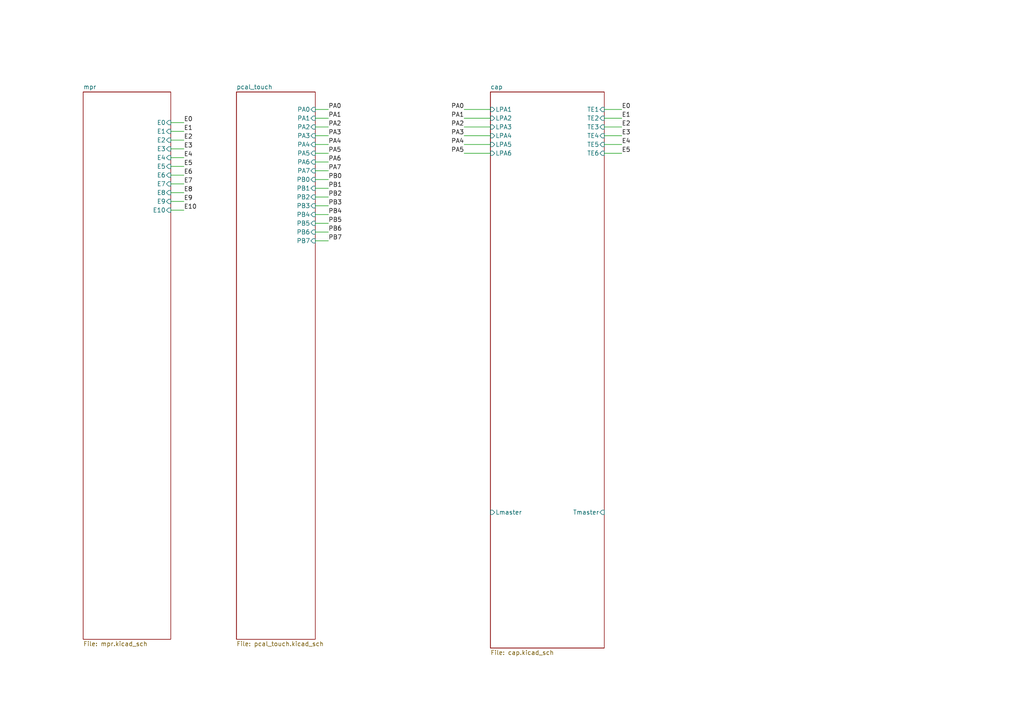
<source format=kicad_sch>
(kicad_sch
	(version 20250114)
	(generator "eeschema")
	(generator_version "9.0")
	(uuid "9e3c151d-cb5c-453e-a1e6-ac058546dc7c")
	(paper "A4")
	(lib_symbols)
	(wire
		(pts
			(xy 175.26 31.75) (xy 180.34 31.75)
		)
		(stroke
			(width 0)
			(type default)
		)
		(uuid "0b12e791-d146-4aa2-9dba-d20e27bd67fd")
	)
	(wire
		(pts
			(xy 134.62 34.29) (xy 142.24 34.29)
		)
		(stroke
			(width 0)
			(type default)
		)
		(uuid "126682bf-a5f1-4eb0-bc39-8a333d2bf9bc")
	)
	(wire
		(pts
			(xy 49.53 35.56) (xy 53.34 35.56)
		)
		(stroke
			(width 0)
			(type default)
		)
		(uuid "17ff0d5c-3708-4913-a837-c8c508ed6dbc")
	)
	(wire
		(pts
			(xy 49.53 53.34) (xy 53.34 53.34)
		)
		(stroke
			(width 0)
			(type default)
		)
		(uuid "1fb23209-77bc-449f-8aa9-c51a012f2877")
	)
	(wire
		(pts
			(xy 91.44 44.45) (xy 95.25 44.45)
		)
		(stroke
			(width 0)
			(type default)
		)
		(uuid "22772f1a-0156-4305-9577-e9b92e186ff1")
	)
	(wire
		(pts
			(xy 91.44 36.83) (xy 95.25 36.83)
		)
		(stroke
			(width 0)
			(type default)
		)
		(uuid "23fcaf7a-caac-41e0-b4f6-1aead7ae9354")
	)
	(wire
		(pts
			(xy 49.53 50.8) (xy 53.34 50.8)
		)
		(stroke
			(width 0)
			(type default)
		)
		(uuid "27fe830f-b293-4237-89f5-807d687626da")
	)
	(wire
		(pts
			(xy 175.26 34.29) (xy 180.34 34.29)
		)
		(stroke
			(width 0)
			(type default)
		)
		(uuid "385945d3-c127-40ae-a4f1-4e7da0d6b6b8")
	)
	(wire
		(pts
			(xy 91.44 64.77) (xy 95.25 64.77)
		)
		(stroke
			(width 0)
			(type default)
		)
		(uuid "3c2fb49e-671e-45d0-b24a-1264c9a4637c")
	)
	(wire
		(pts
			(xy 175.26 36.83) (xy 180.34 36.83)
		)
		(stroke
			(width 0)
			(type default)
		)
		(uuid "4440c5b6-c0dd-4f72-9cd8-7ac824012f06")
	)
	(wire
		(pts
			(xy 49.53 43.18) (xy 53.34 43.18)
		)
		(stroke
			(width 0)
			(type default)
		)
		(uuid "557ab846-97fc-4100-ad49-84c32fa2b98e")
	)
	(wire
		(pts
			(xy 49.53 40.64) (xy 53.34 40.64)
		)
		(stroke
			(width 0)
			(type default)
		)
		(uuid "61dcb371-32c4-4531-ac70-24d960b70b72")
	)
	(wire
		(pts
			(xy 91.44 34.29) (xy 95.25 34.29)
		)
		(stroke
			(width 0)
			(type default)
		)
		(uuid "6401e803-96cb-49f1-92b4-ef9cd71436e1")
	)
	(wire
		(pts
			(xy 91.44 57.15) (xy 95.25 57.15)
		)
		(stroke
			(width 0)
			(type default)
		)
		(uuid "67625bd1-209d-4ada-80e9-c2168af1a65a")
	)
	(wire
		(pts
			(xy 91.44 46.99) (xy 95.25 46.99)
		)
		(stroke
			(width 0)
			(type default)
		)
		(uuid "699d2434-6902-4e66-8769-1af9fa9c8b9d")
	)
	(wire
		(pts
			(xy 91.44 54.61) (xy 95.25 54.61)
		)
		(stroke
			(width 0)
			(type default)
		)
		(uuid "6d3a4e2d-e273-475d-905e-5a3075daf43e")
	)
	(wire
		(pts
			(xy 91.44 67.31) (xy 95.25 67.31)
		)
		(stroke
			(width 0)
			(type default)
		)
		(uuid "75793569-936a-43b0-93ff-1d50139bad31")
	)
	(wire
		(pts
			(xy 175.26 41.91) (xy 180.34 41.91)
		)
		(stroke
			(width 0)
			(type default)
		)
		(uuid "76b3d8c1-2c22-4672-b862-1b2fb70c9555")
	)
	(wire
		(pts
			(xy 175.26 44.45) (xy 180.34 44.45)
		)
		(stroke
			(width 0)
			(type default)
		)
		(uuid "790f6b3e-1e05-4404-8fd0-05fa9b858a2d")
	)
	(wire
		(pts
			(xy 91.44 69.85) (xy 95.25 69.85)
		)
		(stroke
			(width 0)
			(type default)
		)
		(uuid "98c431d6-e4b7-404e-aea1-a650957701cf")
	)
	(wire
		(pts
			(xy 134.62 41.91) (xy 142.24 41.91)
		)
		(stroke
			(width 0)
			(type default)
		)
		(uuid "9a7998a4-3653-4b68-a524-fe95569e2b14")
	)
	(wire
		(pts
			(xy 91.44 41.91) (xy 95.25 41.91)
		)
		(stroke
			(width 0)
			(type default)
		)
		(uuid "a187b04c-a826-4058-98cd-99b8e27364c5")
	)
	(wire
		(pts
			(xy 134.62 36.83) (xy 142.24 36.83)
		)
		(stroke
			(width 0)
			(type default)
		)
		(uuid "ae2c102e-cb6c-4b30-bbf3-0a32ccce8578")
	)
	(wire
		(pts
			(xy 91.44 31.75) (xy 95.25 31.75)
		)
		(stroke
			(width 0)
			(type default)
		)
		(uuid "b1cad859-055d-471f-96b9-ef6bc6ee681f")
	)
	(wire
		(pts
			(xy 49.53 48.26) (xy 53.34 48.26)
		)
		(stroke
			(width 0)
			(type default)
		)
		(uuid "b48c6e6a-8d3a-4af4-924a-2cf2940dcb6a")
	)
	(wire
		(pts
			(xy 49.53 58.42) (xy 53.34 58.42)
		)
		(stroke
			(width 0)
			(type default)
		)
		(uuid "b595a680-c6d4-4ab5-9cec-4929f1c35478")
	)
	(wire
		(pts
			(xy 91.44 62.23) (xy 95.25 62.23)
		)
		(stroke
			(width 0)
			(type default)
		)
		(uuid "b83b6460-4644-4717-89e8-f7addfba5a79")
	)
	(wire
		(pts
			(xy 49.53 38.1) (xy 53.34 38.1)
		)
		(stroke
			(width 0)
			(type default)
		)
		(uuid "b9709933-84df-4518-bff7-d05239df379b")
	)
	(wire
		(pts
			(xy 175.26 39.37) (xy 180.34 39.37)
		)
		(stroke
			(width 0)
			(type default)
		)
		(uuid "b9a37390-5e0a-44f6-b58c-56ecf896ce13")
	)
	(wire
		(pts
			(xy 91.44 59.69) (xy 95.25 59.69)
		)
		(stroke
			(width 0)
			(type default)
		)
		(uuid "c2ea89d2-3077-4e9d-87af-603f9dce07d3")
	)
	(wire
		(pts
			(xy 91.44 49.53) (xy 95.25 49.53)
		)
		(stroke
			(width 0)
			(type default)
		)
		(uuid "c7422014-6fad-4ede-a8aa-3e59e82daa71")
	)
	(wire
		(pts
			(xy 134.62 44.45) (xy 142.24 44.45)
		)
		(stroke
			(width 0)
			(type default)
		)
		(uuid "d10199ac-89dc-4e00-a8ea-b0ba603c13d8")
	)
	(wire
		(pts
			(xy 134.62 31.75) (xy 142.24 31.75)
		)
		(stroke
			(width 0)
			(type default)
		)
		(uuid "d30a2668-8927-42a5-9e72-08ad79000e57")
	)
	(wire
		(pts
			(xy 134.62 39.37) (xy 142.24 39.37)
		)
		(stroke
			(width 0)
			(type default)
		)
		(uuid "dc11e1e8-4ca4-46bb-8ea0-9d63cf4bc864")
	)
	(wire
		(pts
			(xy 49.53 55.88) (xy 53.34 55.88)
		)
		(stroke
			(width 0)
			(type default)
		)
		(uuid "deb74b0d-b279-45b1-ae21-069457eadd0c")
	)
	(wire
		(pts
			(xy 91.44 39.37) (xy 95.25 39.37)
		)
		(stroke
			(width 0)
			(type default)
		)
		(uuid "e337583a-d3b0-4aba-b9f7-c0825e3b7d2d")
	)
	(wire
		(pts
			(xy 91.44 52.07) (xy 95.25 52.07)
		)
		(stroke
			(width 0)
			(type default)
		)
		(uuid "f13affaf-7921-472d-acbb-13614dfe2466")
	)
	(wire
		(pts
			(xy 49.53 60.96) (xy 53.34 60.96)
		)
		(stroke
			(width 0)
			(type default)
		)
		(uuid "f8caf514-230f-4f5e-981a-fd583b22d4f9")
	)
	(wire
		(pts
			(xy 49.53 45.72) (xy 53.34 45.72)
		)
		(stroke
			(width 0)
			(type default)
		)
		(uuid "fc88312f-4375-4350-b90f-c1dec80bab14")
	)
	(label "PB4"
		(at 95.25 62.23 0)
		(effects
			(font
				(size 1.27 1.27)
			)
			(justify left bottom)
		)
		(uuid "08e21bfe-361c-4850-8417-d8ae63846257")
	)
	(label "PA0"
		(at 134.62 31.75 180)
		(effects
			(font
				(size 1.27 1.27)
			)
			(justify right bottom)
		)
		(uuid "1795aa6f-cc36-476e-82ed-5f9ca204ee11")
	)
	(label "E1"
		(at 180.34 34.29 0)
		(effects
			(font
				(size 1.27 1.27)
			)
			(justify left bottom)
		)
		(uuid "1f815dfa-9b87-4cb8-9eaa-4527a81ecfdd")
	)
	(label "PB6"
		(at 95.25 67.31 0)
		(effects
			(font
				(size 1.27 1.27)
			)
			(justify left bottom)
		)
		(uuid "231c26cd-db56-41d6-ad27-25784193b1f3")
	)
	(label "E1"
		(at 53.34 38.1 0)
		(effects
			(font
				(size 1.27 1.27)
			)
			(justify left bottom)
		)
		(uuid "258aabf1-62eb-455c-9032-9f29e3eb9a2f")
	)
	(label "E2"
		(at 53.34 40.64 0)
		(effects
			(font
				(size 1.27 1.27)
			)
			(justify left bottom)
		)
		(uuid "2ebb970d-b8b2-4c9f-a627-969d3dab14d1")
	)
	(label "E7"
		(at 53.34 53.34 0)
		(effects
			(font
				(size 1.27 1.27)
			)
			(justify left bottom)
		)
		(uuid "2f5f7240-3148-45df-a338-f5977dd9084f")
	)
	(label "E9"
		(at 53.34 58.42 0)
		(effects
			(font
				(size 1.27 1.27)
			)
			(justify left bottom)
		)
		(uuid "2fa1c3a4-4816-4051-9a3d-64fa588ac301")
	)
	(label "PB2"
		(at 95.25 57.15 0)
		(effects
			(font
				(size 1.27 1.27)
			)
			(justify left bottom)
		)
		(uuid "333379e3-9fae-4ae8-8304-d08c532470b3")
	)
	(label "E8"
		(at 53.34 55.88 0)
		(effects
			(font
				(size 1.27 1.27)
			)
			(justify left bottom)
		)
		(uuid "3c18a8bc-c18f-4511-8c3e-0c42d43de777")
	)
	(label "E10"
		(at 53.34 60.96 0)
		(effects
			(font
				(size 1.27 1.27)
			)
			(justify left bottom)
		)
		(uuid "3e4ac793-6ce0-492b-91ff-dcb9fac65c62")
	)
	(label "PA4"
		(at 134.62 41.91 180)
		(effects
			(font
				(size 1.27 1.27)
			)
			(justify right bottom)
		)
		(uuid "40345ac3-2869-4d46-9d81-b2717f7e37d3")
	)
	(label "PA3"
		(at 134.62 39.37 180)
		(effects
			(font
				(size 1.27 1.27)
			)
			(justify right bottom)
		)
		(uuid "4c96f0ba-48e7-4b64-a113-ecce4f9289cd")
	)
	(label "PB0"
		(at 95.25 52.07 0)
		(effects
			(font
				(size 1.27 1.27)
			)
			(justify left bottom)
		)
		(uuid "5781ffce-1e7b-4b0f-9b19-074000e96cf1")
	)
	(label "PA4"
		(at 95.25 41.91 0)
		(effects
			(font
				(size 1.27 1.27)
			)
			(justify left bottom)
		)
		(uuid "5abed162-a483-4448-9ed1-d0aab39cff68")
	)
	(label "PA2"
		(at 134.62 36.83 180)
		(effects
			(font
				(size 1.27 1.27)
			)
			(justify right bottom)
		)
		(uuid "62424f7a-c17c-4a23-9671-78fac1232479")
	)
	(label "PA5"
		(at 134.62 44.45 180)
		(effects
			(font
				(size 1.27 1.27)
			)
			(justify right bottom)
		)
		(uuid "69dee5d5-4132-4ac8-a117-81046e47801b")
	)
	(label "PA7"
		(at 95.25 49.53 0)
		(effects
			(font
				(size 1.27 1.27)
			)
			(justify left bottom)
		)
		(uuid "725ee41c-6b91-4a02-9c5b-b03ec1c491a4")
	)
	(label "PA5"
		(at 95.25 44.45 0)
		(effects
			(font
				(size 1.27 1.27)
			)
			(justify left bottom)
		)
		(uuid "725f6c41-6088-4361-804c-61ecdf00f6e3")
	)
	(label "PB3"
		(at 95.25 59.69 0)
		(effects
			(font
				(size 1.27 1.27)
			)
			(justify left bottom)
		)
		(uuid "795f3c4e-5581-46b2-a78b-a123b6e87144")
	)
	(label "PA3"
		(at 95.25 39.37 0)
		(effects
			(font
				(size 1.27 1.27)
			)
			(justify left bottom)
		)
		(uuid "7ab0f2e2-873c-4ecf-a069-cd743d348c77")
	)
	(label "E6"
		(at 53.34 50.8 0)
		(effects
			(font
				(size 1.27 1.27)
			)
			(justify left bottom)
		)
		(uuid "810257fb-3520-4431-b29e-6cb4bbc7e661")
	)
	(label "PA2"
		(at 95.25 36.83 0)
		(effects
			(font
				(size 1.27 1.27)
			)
			(justify left bottom)
		)
		(uuid "8a5babbf-879e-4902-a789-c69d15092ebd")
	)
	(label "PA0"
		(at 95.25 31.75 0)
		(effects
			(font
				(size 1.27 1.27)
			)
			(justify left bottom)
		)
		(uuid "9178abf8-805f-40b2-af9f-dd92c0b6e08c")
	)
	(label "PB1"
		(at 95.25 54.61 0)
		(effects
			(font
				(size 1.27 1.27)
			)
			(justify left bottom)
		)
		(uuid "964330ed-450c-427a-848a-d2b2fbda6319")
	)
	(label "E3"
		(at 53.34 43.18 0)
		(effects
			(font
				(size 1.27 1.27)
			)
			(justify left bottom)
		)
		(uuid "9ba24d28-d850-456b-8b6e-e1a440df92cc")
	)
	(label "E5"
		(at 180.34 44.45 0)
		(effects
			(font
				(size 1.27 1.27)
			)
			(justify left bottom)
		)
		(uuid "a42dc631-bdc9-461b-909a-c2bf7bc09b26")
	)
	(label "PB7"
		(at 95.25 69.85 0)
		(effects
			(font
				(size 1.27 1.27)
			)
			(justify left bottom)
		)
		(uuid "a61d34a3-f4b2-444d-affa-e6222ec5346e")
	)
	(label "E5"
		(at 53.34 48.26 0)
		(effects
			(font
				(size 1.27 1.27)
			)
			(justify left bottom)
		)
		(uuid "a9d9f881-262a-481a-bd77-bb652da408aa")
	)
	(label "E3"
		(at 180.34 39.37 0)
		(effects
			(font
				(size 1.27 1.27)
			)
			(justify left bottom)
		)
		(uuid "ae7a9ec2-fc45-47f6-96a9-d071c5d41701")
	)
	(label "E0"
		(at 180.34 31.75 0)
		(effects
			(font
				(size 1.27 1.27)
			)
			(justify left bottom)
		)
		(uuid "b83b0b2b-ee44-4443-b85b-91b85553b4d8")
	)
	(label "E4"
		(at 180.34 41.91 0)
		(effects
			(font
				(size 1.27 1.27)
			)
			(justify left bottom)
		)
		(uuid "b8b759dc-e2c1-493e-8a1e-52fdea4c9a2b")
	)
	(label "PB5"
		(at 95.25 64.77 0)
		(effects
			(font
				(size 1.27 1.27)
			)
			(justify left bottom)
		)
		(uuid "b9ff522e-58ce-4e7c-930f-716f3d50798d")
	)
	(label "PA1"
		(at 95.25 34.29 0)
		(effects
			(font
				(size 1.27 1.27)
			)
			(justify left bottom)
		)
		(uuid "bab0a418-3822-4037-a1a0-251ee7f17e7e")
	)
	(label "E4"
		(at 53.34 45.72 0)
		(effects
			(font
				(size 1.27 1.27)
			)
			(justify left bottom)
		)
		(uuid "c0757113-dc0d-4a3c-b9c7-e5be0857982f")
	)
	(label "E0"
		(at 53.34 35.56 0)
		(effects
			(font
				(size 1.27 1.27)
			)
			(justify left bottom)
		)
		(uuid "c32dac7b-6219-4dbf-8c51-87e0613a115b")
	)
	(label "PA1"
		(at 134.62 34.29 180)
		(effects
			(font
				(size 1.27 1.27)
			)
			(justify right bottom)
		)
		(uuid "c8be5f05-b2f8-44fd-a89a-a73363fad83a")
	)
	(label "PA6"
		(at 95.25 46.99 0)
		(effects
			(font
				(size 1.27 1.27)
			)
			(justify left bottom)
		)
		(uuid "de661198-bf52-4226-9790-0ad838cf50fa")
	)
	(label "E2"
		(at 180.34 36.83 0)
		(effects
			(font
				(size 1.27 1.27)
			)
			(justify left bottom)
		)
		(uuid "f8674f6e-c4b9-4af7-b274-a4e0fefed344")
	)
	(sheet
		(at 68.58 26.67)
		(size 22.86 158.75)
		(exclude_from_sim no)
		(in_bom yes)
		(on_board yes)
		(dnp no)
		(fields_autoplaced yes)
		(stroke
			(width 0.1524)
			(type solid)
		)
		(fill
			(color 0 0 0 0.0000)
		)
		(uuid "3631cfdf-9a10-4af7-9773-bc98d6006236")
		(property "Sheetname" "pcal_touch"
			(at 68.58 25.9584 0)
			(effects
				(font
					(size 1.27 1.27)
				)
				(justify left bottom)
			)
		)
		(property "Sheetfile" "pcal_touch.kicad_sch"
			(at 68.58 186.0046 0)
			(effects
				(font
					(size 1.27 1.27)
				)
				(justify left top)
			)
		)
		(pin "PA0" input
			(at 91.44 31.75 0)
			(uuid "35bc5d46-1c38-460f-9e37-eb2ce58894ea")
			(effects
				(font
					(size 1.27 1.27)
				)
				(justify right)
			)
		)
		(pin "PA1" input
			(at 91.44 34.29 0)
			(uuid "5f337886-1e10-46b6-aa34-9920907c34bd")
			(effects
				(font
					(size 1.27 1.27)
				)
				(justify right)
			)
		)
		(pin "PA2" input
			(at 91.44 36.83 0)
			(uuid "5fcd1ed6-3ce4-4da2-8ed6-a00b71579bdb")
			(effects
				(font
					(size 1.27 1.27)
				)
				(justify right)
			)
		)
		(pin "PA3" input
			(at 91.44 39.37 0)
			(uuid "4f38744c-7a6c-4125-a99d-d4aced937d88")
			(effects
				(font
					(size 1.27 1.27)
				)
				(justify right)
			)
		)
		(pin "PA4" input
			(at 91.44 41.91 0)
			(uuid "beb96a1d-9448-4908-af47-eee773861122")
			(effects
				(font
					(size 1.27 1.27)
				)
				(justify right)
			)
		)
		(pin "PA5" input
			(at 91.44 44.45 0)
			(uuid "54199ab4-1f17-4911-9839-440149a4dd28")
			(effects
				(font
					(size 1.27 1.27)
				)
				(justify right)
			)
		)
		(pin "PA6" input
			(at 91.44 46.99 0)
			(uuid "0209ef79-fa09-4b95-85ec-bcc0acefb271")
			(effects
				(font
					(size 1.27 1.27)
				)
				(justify right)
			)
		)
		(pin "PA7" input
			(at 91.44 49.53 0)
			(uuid "15e044d8-3f71-452e-ac9f-3caebdedc7f0")
			(effects
				(font
					(size 1.27 1.27)
				)
				(justify right)
			)
		)
		(pin "PB0" input
			(at 91.44 52.07 0)
			(uuid "8fdc16df-a821-4082-b02b-499902411a31")
			(effects
				(font
					(size 1.27 1.27)
				)
				(justify right)
			)
		)
		(pin "PB1" input
			(at 91.44 54.61 0)
			(uuid "90973e54-f085-4595-91dc-7e02ead896b2")
			(effects
				(font
					(size 1.27 1.27)
				)
				(justify right)
			)
		)
		(pin "PB2" input
			(at 91.44 57.15 0)
			(uuid "5058075e-c7b1-40ae-9f9d-9abb5926ec78")
			(effects
				(font
					(size 1.27 1.27)
				)
				(justify right)
			)
		)
		(pin "PB3" input
			(at 91.44 59.69 0)
			(uuid "01d858e1-2e94-46a5-ac71-84404d18af6e")
			(effects
				(font
					(size 1.27 1.27)
				)
				(justify right)
			)
		)
		(pin "PB4" input
			(at 91.44 62.23 0)
			(uuid "c6c81023-1d15-4b6c-ad90-9a38989d03a4")
			(effects
				(font
					(size 1.27 1.27)
				)
				(justify right)
			)
		)
		(pin "PB5" input
			(at 91.44 64.77 0)
			(uuid "3b21aac1-57b5-4232-8253-c06ef8554e30")
			(effects
				(font
					(size 1.27 1.27)
				)
				(justify right)
			)
		)
		(pin "PB6" input
			(at 91.44 67.31 0)
			(uuid "44fb6d7a-94f9-4d38-857c-2d37ee2c4026")
			(effects
				(font
					(size 1.27 1.27)
				)
				(justify right)
			)
		)
		(pin "PB7" input
			(at 91.44 69.85 0)
			(uuid "032b2c61-9a97-4f31-ac52-1567ebb68e38")
			(effects
				(font
					(size 1.27 1.27)
				)
				(justify right)
			)
		)
		(instances
			(project "template"
				(path "/8469cd9a-15fe-4677-a617-64af849f0980/044b275d-98c4-4544-9612-ff91db43870b/875d9d7a-fff7-4439-8f9d-9bf0b28f9e85"
					(page "9")
				)
			)
		)
	)
	(sheet
		(at 142.24 26.67)
		(size 33.02 161.29)
		(exclude_from_sim no)
		(in_bom yes)
		(on_board yes)
		(dnp no)
		(fields_autoplaced yes)
		(stroke
			(width 0.1524)
			(type solid)
		)
		(fill
			(color 0 0 0 0.0000)
		)
		(uuid "7b9a6a15-69fa-43cc-b1d9-66e5c1665431")
		(property "Sheetname" "cap"
			(at 142.24 25.9584 0)
			(effects
				(font
					(size 1.27 1.27)
				)
				(justify left bottom)
			)
		)
		(property "Sheetfile" "cap.kicad_sch"
			(at 142.24 188.5446 0)
			(effects
				(font
					(size 1.27 1.27)
				)
				(justify left top)
			)
		)
		(pin "LPA1" input
			(at 142.24 31.75 180)
			(uuid "bdd4c87f-4f9e-40ff-b472-b4693fd51e3f")
			(effects
				(font
					(size 1.27 1.27)
				)
				(justify left)
			)
		)
		(pin "LPA2" input
			(at 142.24 34.29 180)
			(uuid "556850a4-4938-4290-890d-8df08663682b")
			(effects
				(font
					(size 1.27 1.27)
				)
				(justify left)
			)
		)
		(pin "LPA3" input
			(at 142.24 36.83 180)
			(uuid "d0ffb1f5-d31c-4727-9ec1-12d21dff14b1")
			(effects
				(font
					(size 1.27 1.27)
				)
				(justify left)
			)
		)
		(pin "LPA4" input
			(at 142.24 39.37 180)
			(uuid "afeb8969-0453-43d3-961e-6eb46ac4f128")
			(effects
				(font
					(size 1.27 1.27)
				)
				(justify left)
			)
		)
		(pin "LPA5" input
			(at 142.24 41.91 180)
			(uuid "d29717a4-447a-404c-b519-6a42a983843f")
			(effects
				(font
					(size 1.27 1.27)
				)
				(justify left)
			)
		)
		(pin "LPA6" input
			(at 142.24 44.45 180)
			(uuid "4bab7151-0f5b-4cdd-9c47-929ff6b7ca42")
			(effects
				(font
					(size 1.27 1.27)
				)
				(justify left)
			)
		)
		(pin "TE1" input
			(at 175.26 31.75 0)
			(uuid "acc79e1d-67b1-43f1-b6b1-1ad4fb5956f8")
			(effects
				(font
					(size 1.27 1.27)
				)
				(justify right)
			)
		)
		(pin "TE2" input
			(at 175.26 34.29 0)
			(uuid "ae76d634-33fa-4978-89bf-1c298f22344a")
			(effects
				(font
					(size 1.27 1.27)
				)
				(justify right)
			)
		)
		(pin "TE3" input
			(at 175.26 36.83 0)
			(uuid "0d649f29-eba0-4671-9325-8073b3b1b116")
			(effects
				(font
					(size 1.27 1.27)
				)
				(justify right)
			)
		)
		(pin "TE4" input
			(at 175.26 39.37 0)
			(uuid "0c05469f-e247-4498-b291-e95d2271a03b")
			(effects
				(font
					(size 1.27 1.27)
				)
				(justify right)
			)
		)
		(pin "TE5" input
			(at 175.26 41.91 0)
			(uuid "4aa31909-fcc8-4172-b482-43f31d678aee")
			(effects
				(font
					(size 1.27 1.27)
				)
				(justify right)
			)
		)
		(pin "TE6" input
			(at 175.26 44.45 0)
			(uuid "24598f68-20b6-43df-8774-80a63b8f7002")
			(effects
				(font
					(size 1.27 1.27)
				)
				(justify right)
			)
		)
		(pin "Lmaster" input
			(at 142.24 148.59 180)
			(uuid "37a7f28e-b484-4757-b6bb-05884b7daea3")
			(effects
				(font
					(size 1.27 1.27)
				)
				(justify left)
			)
		)
		(pin "Tmaster" input
			(at 175.26 148.59 0)
			(uuid "90a8bc47-09c4-4742-afc2-ed0a0a3a08cc")
			(effects
				(font
					(size 1.27 1.27)
				)
				(justify right)
			)
		)
		(instances
			(project "template"
				(path "/8469cd9a-15fe-4677-a617-64af849f0980/044b275d-98c4-4544-9612-ff91db43870b/875d9d7a-fff7-4439-8f9d-9bf0b28f9e85"
					(page "10")
				)
			)
		)
	)
	(sheet
		(at 24.13 26.67)
		(size 25.4 158.75)
		(exclude_from_sim no)
		(in_bom yes)
		(on_board yes)
		(dnp no)
		(fields_autoplaced yes)
		(stroke
			(width 0.1524)
			(type solid)
		)
		(fill
			(color 0 0 0 0.0000)
		)
		(uuid "ced8cb72-635a-4159-826e-bad82223a395")
		(property "Sheetname" "mpr"
			(at 24.13 25.9584 0)
			(effects
				(font
					(size 1.27 1.27)
				)
				(justify left bottom)
			)
		)
		(property "Sheetfile" "mpr.kicad_sch"
			(at 24.13 186.0046 0)
			(effects
				(font
					(size 1.27 1.27)
				)
				(justify left top)
			)
		)
		(pin "E0" input
			(at 49.53 35.56 0)
			(uuid "45443e85-3db4-46ef-95f3-b93a63f54fe3")
			(effects
				(font
					(size 1.27 1.27)
				)
				(justify right)
			)
		)
		(pin "E1" input
			(at 49.53 38.1 0)
			(uuid "8d0a85aa-de84-4132-b4ef-bb9885d30c37")
			(effects
				(font
					(size 1.27 1.27)
				)
				(justify right)
			)
		)
		(pin "E2" input
			(at 49.53 40.64 0)
			(uuid "3ba9355f-6012-4c40-8d48-14abe7c10ef5")
			(effects
				(font
					(size 1.27 1.27)
				)
				(justify right)
			)
		)
		(pin "E3" input
			(at 49.53 43.18 0)
			(uuid "974bfee2-6808-4900-ac50-c1754d6b82e3")
			(effects
				(font
					(size 1.27 1.27)
				)
				(justify right)
			)
		)
		(pin "E4" input
			(at 49.53 45.72 0)
			(uuid "964a679f-e6ec-4d81-b271-48f8b32ae4e5")
			(effects
				(font
					(size 1.27 1.27)
				)
				(justify right)
			)
		)
		(pin "E5" input
			(at 49.53 48.26 0)
			(uuid "37fe1f87-af68-4893-8856-17f5e4e414a5")
			(effects
				(font
					(size 1.27 1.27)
				)
				(justify right)
			)
		)
		(pin "E6" input
			(at 49.53 50.8 0)
			(uuid "4f870f27-9426-4386-bd15-df0b406669bb")
			(effects
				(font
					(size 1.27 1.27)
				)
				(justify right)
			)
		)
		(pin "E7" input
			(at 49.53 53.34 0)
			(uuid "5be0ad8b-5ff4-41e4-bb95-c40af76e7931")
			(effects
				(font
					(size 1.27 1.27)
				)
				(justify right)
			)
		)
		(pin "E8" input
			(at 49.53 55.88 0)
			(uuid "d3901a88-be93-45a5-acf6-0373cdaa2b29")
			(effects
				(font
					(size 1.27 1.27)
				)
				(justify right)
			)
		)
		(pin "E9" input
			(at 49.53 58.42 0)
			(uuid "64900e74-2672-423d-a200-bce420e2e929")
			(effects
				(font
					(size 1.27 1.27)
				)
				(justify right)
			)
		)
		(pin "E10" input
			(at 49.53 60.96 0)
			(uuid "e114b413-211b-4a90-9b31-12f7eeff1ff5")
			(effects
				(font
					(size 1.27 1.27)
				)
				(justify right)
			)
		)
		(instances
			(project "template"
				(path "/8469cd9a-15fe-4677-a617-64af849f0980/044b275d-98c4-4544-9612-ff91db43870b/875d9d7a-fff7-4439-8f9d-9bf0b28f9e85"
					(page "8")
				)
			)
		)
	)
)

</source>
